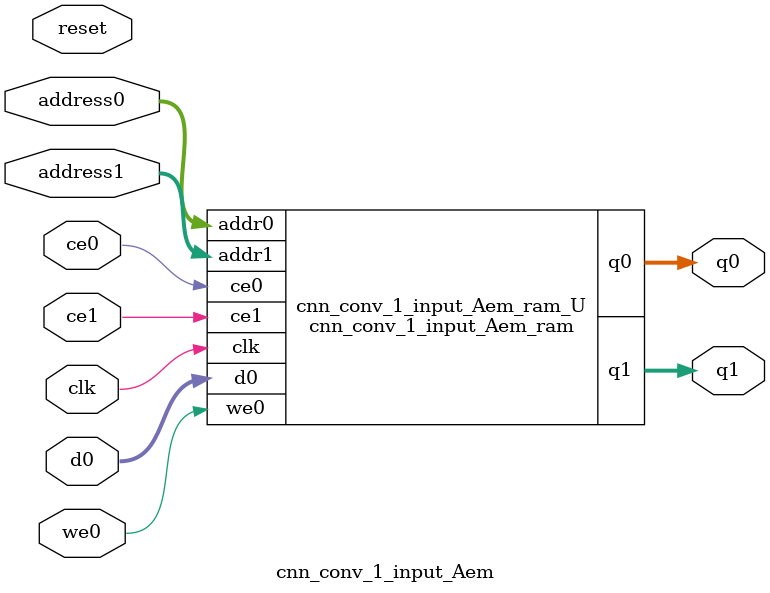
<source format=v>
`timescale 1 ns / 1 ps
module cnn_conv_1_input_Aem_ram (addr0, ce0, d0, we0, q0, addr1, ce1, q1,  clk);

parameter DWIDTH = 14;
parameter AWIDTH = 7;
parameter MEM_SIZE = 90;

input[AWIDTH-1:0] addr0;
input ce0;
input[DWIDTH-1:0] d0;
input we0;
output reg[DWIDTH-1:0] q0;
input[AWIDTH-1:0] addr1;
input ce1;
output reg[DWIDTH-1:0] q1;
input clk;

(* ram_style = "block" *)reg [DWIDTH-1:0] ram[0:MEM_SIZE-1];




always @(posedge clk)  
begin 
    if (ce0) 
    begin
        if (we0) 
        begin 
            ram[addr0] <= d0; 
        end 
        q0 <= ram[addr0];
    end
end


always @(posedge clk)  
begin 
    if (ce1) 
    begin
        q1 <= ram[addr1];
    end
end


endmodule

`timescale 1 ns / 1 ps
module cnn_conv_1_input_Aem(
    reset,
    clk,
    address0,
    ce0,
    we0,
    d0,
    q0,
    address1,
    ce1,
    q1);

parameter DataWidth = 32'd14;
parameter AddressRange = 32'd90;
parameter AddressWidth = 32'd7;
input reset;
input clk;
input[AddressWidth - 1:0] address0;
input ce0;
input we0;
input[DataWidth - 1:0] d0;
output[DataWidth - 1:0] q0;
input[AddressWidth - 1:0] address1;
input ce1;
output[DataWidth - 1:0] q1;



cnn_conv_1_input_Aem_ram cnn_conv_1_input_Aem_ram_U(
    .clk( clk ),
    .addr0( address0 ),
    .ce0( ce0 ),
    .we0( we0 ),
    .d0( d0 ),
    .q0( q0 ),
    .addr1( address1 ),
    .ce1( ce1 ),
    .q1( q1 ));

endmodule


</source>
